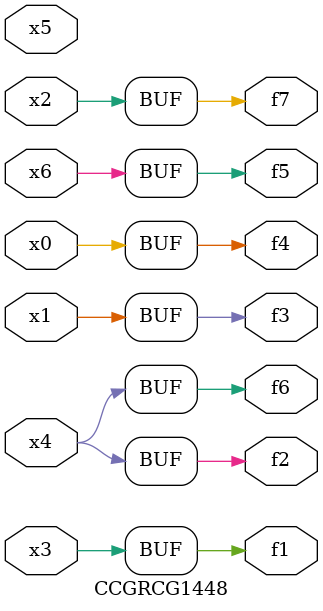
<source format=v>
module CCGRCG1448(
	input x0, x1, x2, x3, x4, x5, x6,
	output f1, f2, f3, f4, f5, f6, f7
);
	assign f1 = x3;
	assign f2 = x4;
	assign f3 = x1;
	assign f4 = x0;
	assign f5 = x6;
	assign f6 = x4;
	assign f7 = x2;
endmodule

</source>
